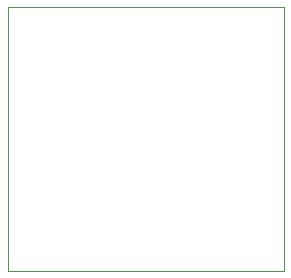
<source format=gbr>
G04 (created by PCBNEW (2013-07-07 BZR 4022)-stable) date 11/24/2014 5:15:10 AM*
%MOIN*%
G04 Gerber Fmt 3.4, Leading zero omitted, Abs format*
%FSLAX34Y34*%
G01*
G70*
G90*
G04 APERTURE LIST*
%ADD10C,0.00590551*%
%ADD11C,0.00393701*%
G04 APERTURE END LIST*
G54D10*
G54D11*
X70400Y-50200D02*
X70400Y-59000D01*
X79600Y-50200D02*
X70400Y-50200D01*
X79600Y-59000D02*
X79600Y-50200D01*
X70400Y-59000D02*
X79600Y-59000D01*
M02*

</source>
